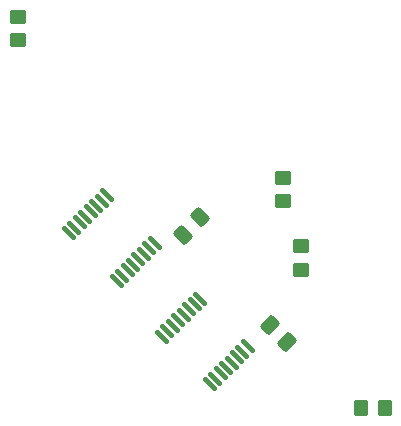
<source format=gtp>
%TF.GenerationSoftware,KiCad,Pcbnew,7.0.6*%
%TF.CreationDate,2023-07-13T14:44:05+02:00*%
%TF.ProjectId,LH_GripLogicBoard_FreeJoy,4c485f47-7269-4704-9c6f-676963426f61,rev?*%
%TF.SameCoordinates,Original*%
%TF.FileFunction,Paste,Top*%
%TF.FilePolarity,Positive*%
%FSLAX46Y46*%
G04 Gerber Fmt 4.6, Leading zero omitted, Abs format (unit mm)*
G04 Created by KiCad (PCBNEW 7.0.6) date 2023-07-13 14:44:05*
%MOMM*%
%LPD*%
G01*
G04 APERTURE LIST*
G04 Aperture macros list*
%AMRoundRect*
0 Rectangle with rounded corners*
0 $1 Rounding radius*
0 $2 $3 $4 $5 $6 $7 $8 $9 X,Y pos of 4 corners*
0 Add a 4 corners polygon primitive as box body*
4,1,4,$2,$3,$4,$5,$6,$7,$8,$9,$2,$3,0*
0 Add four circle primitives for the rounded corners*
1,1,$1+$1,$2,$3*
1,1,$1+$1,$4,$5*
1,1,$1+$1,$6,$7*
1,1,$1+$1,$8,$9*
0 Add four rect primitives between the rounded corners*
20,1,$1+$1,$2,$3,$4,$5,0*
20,1,$1+$1,$4,$5,$6,$7,0*
20,1,$1+$1,$6,$7,$8,$9,0*
20,1,$1+$1,$8,$9,$2,$3,0*%
G04 Aperture macros list end*
%ADD10RoundRect,0.250000X-0.097227X0.574524X-0.574524X0.097227X0.097227X-0.574524X0.574524X-0.097227X0*%
%ADD11RoundRect,0.250000X0.450000X-0.350000X0.450000X0.350000X-0.450000X0.350000X-0.450000X-0.350000X0*%
%ADD12RoundRect,0.100000X-0.521491X0.380070X0.380070X-0.521491X0.521491X-0.380070X-0.380070X0.521491X0*%
%ADD13RoundRect,0.250000X-0.350000X-0.450000X0.350000X-0.450000X0.350000X0.450000X-0.350000X0.450000X0*%
%ADD14RoundRect,0.250000X0.574524X0.097227X0.097227X0.574524X-0.574524X-0.097227X-0.097227X-0.574524X0*%
G04 APERTURE END LIST*
D10*
X39603623Y-34006377D03*
X38136377Y-35473623D03*
D11*
X46630000Y-32640000D03*
X46630000Y-30640000D03*
D12*
X31684575Y-32117239D03*
X31224955Y-32576858D03*
X30765336Y-33036478D03*
X30305717Y-33496097D03*
X29846097Y-33955717D03*
X29386478Y-34415336D03*
X28926858Y-34874955D03*
X28467239Y-35334575D03*
X32515425Y-39382761D03*
X32975045Y-38923142D03*
X33434664Y-38463522D03*
X33894283Y-38003903D03*
X34353903Y-37544283D03*
X34813522Y-37084664D03*
X35273142Y-36625045D03*
X35732761Y-36165425D03*
D13*
X53200000Y-50100000D03*
X55200000Y-50100000D03*
D11*
X48140000Y-38420000D03*
X48140000Y-36420000D03*
D12*
X39564575Y-40867239D03*
X39104955Y-41326858D03*
X38645336Y-41786478D03*
X38185717Y-42246097D03*
X37726097Y-42705717D03*
X37266478Y-43165336D03*
X36806858Y-43624955D03*
X36347239Y-44084575D03*
X40395425Y-48132761D03*
X40855045Y-47673142D03*
X41314664Y-47213522D03*
X41774283Y-46753903D03*
X42233903Y-46294283D03*
X42693522Y-45834664D03*
X43153142Y-45375045D03*
X43612761Y-44915425D03*
D11*
X24140000Y-19010000D03*
X24140000Y-17010000D03*
D14*
X46933623Y-44543623D03*
X45466377Y-43076377D03*
M02*

</source>
